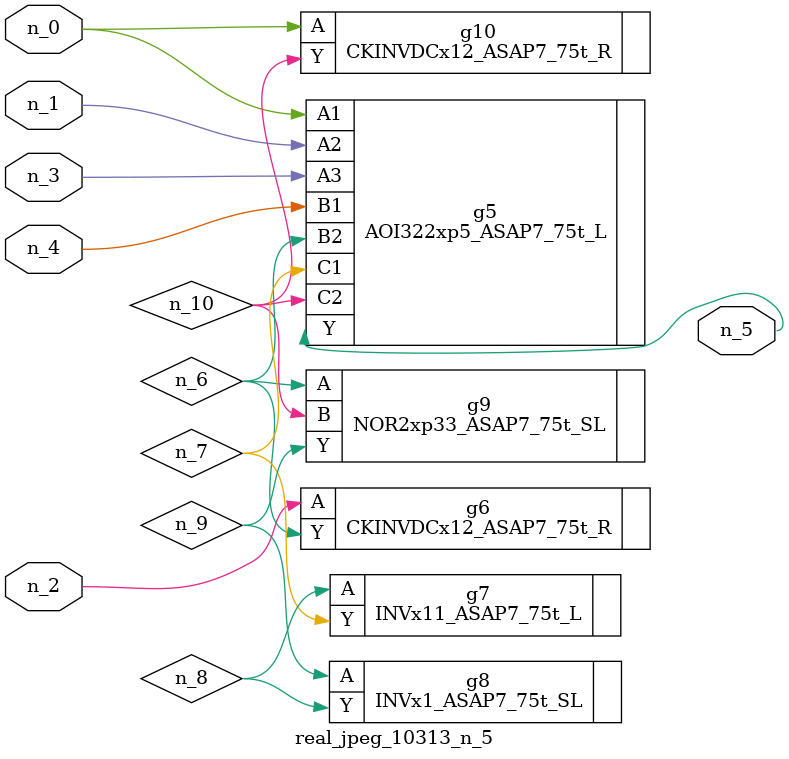
<source format=v>
module real_jpeg_10313_n_5 (n_4, n_0, n_1, n_2, n_3, n_5);

input n_4;
input n_0;
input n_1;
input n_2;
input n_3;

output n_5;

wire n_8;
wire n_6;
wire n_7;
wire n_10;
wire n_9;

AOI322xp5_ASAP7_75t_L g5 ( 
.A1(n_0),
.A2(n_1),
.A3(n_3),
.B1(n_4),
.B2(n_6),
.C1(n_7),
.C2(n_10),
.Y(n_5)
);

CKINVDCx12_ASAP7_75t_R g10 ( 
.A(n_0),
.Y(n_10)
);

CKINVDCx12_ASAP7_75t_R g6 ( 
.A(n_2),
.Y(n_6)
);

NOR2xp33_ASAP7_75t_SL g9 ( 
.A(n_6),
.B(n_10),
.Y(n_9)
);

INVx11_ASAP7_75t_L g7 ( 
.A(n_8),
.Y(n_7)
);

INVx1_ASAP7_75t_SL g8 ( 
.A(n_9),
.Y(n_8)
);


endmodule
</source>
